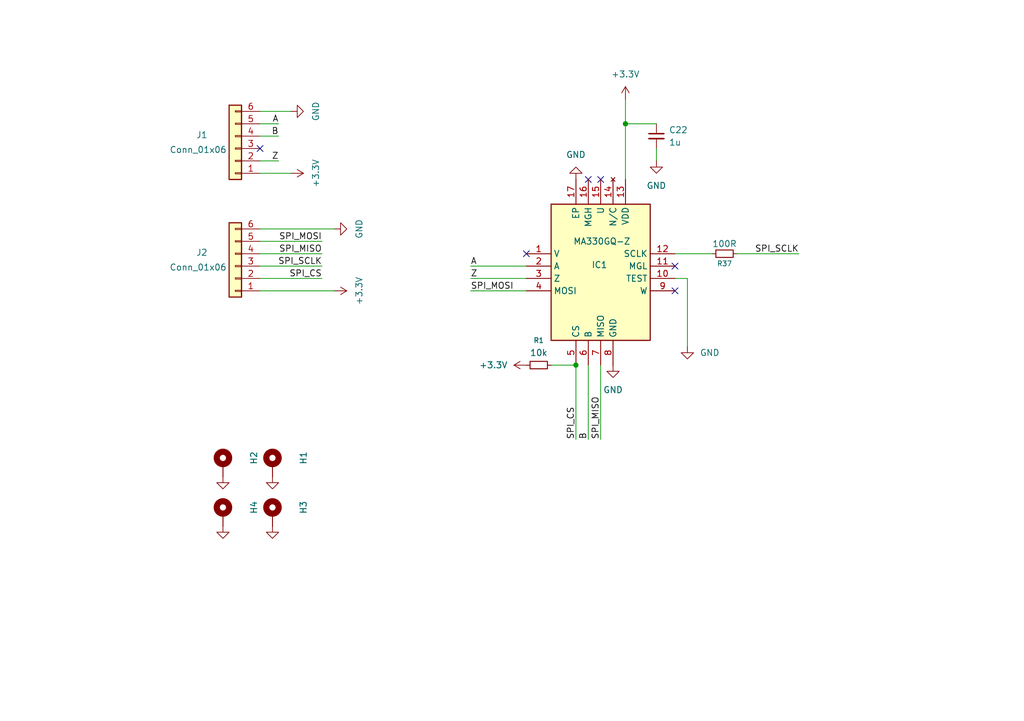
<source format=kicad_sch>
(kicad_sch (version 20250114) (generator "eeschema") (generator_version "9.0")
  (paper "A5")
  (lib_symbols
    (symbol "Connector_Generic:Conn_01x06" (pin_names (offset 1.016) (hide yes))
      (property "Reference" "J" (at 0 7.62 0))
      (property "Value" "Conn_01x06" (at 0 -10.16 0))
      (symbol "Conn_01x06_1_1"
        (rectangle (start -1.27 6.35) (end 1.27 -8.89) (stroke (width 0.254)) (fill (type background)))
        (rectangle (start -1.27 5.207) (end 0 4.953) (stroke (width 0.1524)))
        (rectangle (start -1.27 2.667) (end 0 2.413) (stroke (width 0.1524)))
        (rectangle (start -1.27 0.127) (end 0 -0.127) (stroke (width 0.1524)))
        (rectangle (start -1.27 -2.413) (end 0 -2.667) (stroke (width 0.1524)))
        (rectangle (start -1.27 -4.953) (end 0 -5.207) (stroke (width 0.1524)))
        (rectangle (start -1.27 -7.493) (end 0 -7.747) (stroke (width 0.1524)))
        (pin passive line (at -5.08 5.08 0) (length 3.81) (name "Pin_1") (number "1"))
        (pin passive line (at -5.08 2.54 0) (length 3.81) (name "Pin_2") (number "2"))
        (pin passive line (at -5.08 0 0) (length 3.81) (name "Pin_3") (number "3"))
        (pin passive line (at -5.08 -2.54 0) (length 3.81) (name "Pin_4") (number "4"))
        (pin passive line (at -5.08 -5.08 0) (length 3.81) (name "Pin_5") (number "5"))
        (pin passive line (at -5.08 -7.62 0) (length 3.81) (name "Pin_6") (number "6"))
      )
    )
    (symbol "Device:C_Small" (pin_numbers (hide yes)) (pin_names (offset 0.254) (hide yes))
      (property "Reference" "C" (at 0.254 1.778 0))
      (property "Value" "C_Small" (at 0.254 -2.032 0))
      (symbol "C_Small_0_1"
        (polyline (pts (xy -1.524 0.508) (xy 1.524 0.508)) (stroke (width 0.3048)))
        (polyline (pts (xy -1.524 -0.508) (xy 1.524 -0.508)) (stroke (width 0.3302)))
      )
      (symbol "C_Small_1_1"
        (pin passive line (at 0 2.54 270) (length 2.032) (name "~") (number "1"))
        (pin passive line (at 0 -2.54 90) (length 2.032) (name "~") (number "2"))
      )
    )
    (symbol "Device:R_Small" (pin_numbers (hide yes)) (pin_names (offset 0.254) (hide yes))
      (property "Reference" "R" (at 0 0 90))
      (property "Value" "R_Small" (at 1.778 0 90))
      (symbol "R_Small_0_1"
        (rectangle (start -0.762 1.778) (end 0.762 -1.778) (stroke (width 0.2032)))
      )
      (symbol "R_Small_1_1"
        (pin passive line (at 0 2.54 270) (length 0.762) (name "~") (number "1"))
        (pin passive line (at 0 -2.54 90) (length 0.762) (name "~") (number "2"))
      )
    )
    (symbol "Mechanical:MountingHole_Pad" (pin_numbers (hide yes)) (pin_names (offset 1.016) (hide yes)) (exclude_from_sim yes) (in_bom no)
      (property "Reference" "H" (at 0 6.35 0))
      (property "Value" "MountingHole_Pad" (at 0 4.445 0))
      (symbol "MountingHole_Pad_0_1"
        (circle (center 0 1.27) (radius 1.27) (stroke (width 1.27)))
      )
      (symbol "MountingHole_Pad_1_1"
        (pin input line (at 0 -2.54 90) (length 2.54) (name "1") (number "1"))
      )
    )
    (symbol "power:+3.3V" (power) (pin_numbers (hide yes)) (pin_names (offset 0) (hide yes))
      (property "Value" "+3.3V" (at 0 3.556 0))
      (symbol "+3.3V_0_1"
        (polyline (pts (xy -0.762 1.27) (xy 0 2.54)))
        (polyline (pts (xy 0 2.54) (xy 0.762 1.27)))
        (polyline (pts (xy 0 0) (xy 0 2.54)))
      )
      (symbol "+3.3V_1_1"
        (pin power_in line (at 0 0 90) (length 0) (name "~") (number "1"))
      )
    )
    (symbol "power:GND" (power) (pin_numbers (hide yes)) (pin_names (offset 0) (hide yes))
      (property "Value" "GND" (at 0 -3.81 0))
      (symbol "GND_0_1"
        (polyline (pts (xy 0 0) (xy 0 -1.27) (xy 1.27 -1.27) (xy 0 -2.54) (xy -1.27 -1.27) (xy 0 -1.27)))
      )
      (symbol "GND_1_1"
        (pin power_in line (at 0 0 270) (length 0) (name "~") (number "1"))
      )
    )
    (symbol "samacsys:MA330GQ-Z"
      (property "Reference" "IC" (at 26.67 15.24 0))
      (property "Value" "MA330GQ-Z" (at 26.67 12.7 0))
      (symbol "MA330GQ-Z_1_1"
        (rectangle (start 5.08 10.16) (end 25.4 -17.78) (stroke (width 0.254)) (fill (type background)))
        (pin passive line (at 0 0 0) (length 5.08) (name "V") (number "1"))
        (pin passive line (at 0 -2.54 0) (length 5.08) (name "A") (number "2"))
        (pin passive line (at 0 -5.08 0) (length 5.08) (name "Z") (number "3"))
        (pin passive line (at 0 -7.62 0) (length 5.08) (name "MOSI") (number "4"))
        (pin passive line (at 10.16 15.24 270) (length 5.08) (name "EP") (number "17"))
        (pin passive line (at 10.16 -22.86 90) (length 5.08) (name "CS") (number "5"))
        (pin passive line (at 12.7 15.24 270) (length 5.08) (name "MGH") (number "16"))
        (pin passive line (at 12.7 -22.86 90) (length 5.08) (name "B") (number "6"))
        (pin passive line (at 15.24 15.24 270) (length 5.08) (name "U") (number "15"))
        (pin passive line (at 15.24 -22.86 90) (length 5.08) (name "MISO") (number "7"))
        (pin no_connect line (at 17.78 15.24 270) (length 5.08) (name "N/C") (number "14"))
        (pin passive line (at 17.78 -22.86 90) (length 5.08) (name "GND") (number "8"))
        (pin passive line (at 20.32 15.24 270) (length 5.08) (name "VDD") (number "13"))
        (pin passive line (at 30.48 0 180) (length 5.08) (name "SCLK") (number "12"))
        (pin passive line (at 30.48 -2.54 180) (length 5.08) (name "MGL") (number "11"))
        (pin passive line (at 30.48 -5.08 180) (length 5.08) (name "TEST") (number "10"))
        (pin passive line (at 30.48 -7.62 180) (length 5.08) (name "W") (number "9"))
      )
    )
  )
  (junction (at 118.11 74.93))
  (junction (at 128.27 25.4))
  (no_connect (at 107.95 52.07))
  (no_connect (at 123.19 36.83))
  (no_connect (at 138.43 59.69))
  (no_connect (at 120.65 36.83))
  (no_connect (at 53.34 30.48))
  (no_connect (at 138.43 54.61))
  (wire (pts (xy 53.34 59.69) (xy 68.58 59.69)))
  (wire (pts (xy 138.43 52.07) (xy 146.05 52.07)))
  (wire (pts (xy 140.97 57.15) (xy 138.43 57.15)))
  (wire (pts (xy 53.34 27.94) (xy 57.15 27.94)))
  (wire (pts (xy 123.19 74.93) (xy 123.19 90.17)))
  (wire (pts (xy 53.34 52.07) (xy 66.04 52.07)))
  (wire (pts (xy 53.34 33.02) (xy 57.15 33.02)))
  (wire (pts (xy 96.52 54.61) (xy 107.95 54.61)))
  (wire (pts (xy 128.27 25.4) (xy 134.62 25.4)))
  (wire (pts (xy 53.34 49.53) (xy 66.04 49.53)))
  (wire (pts (xy 53.34 35.56) (xy 59.69 35.56)))
  (wire (pts (xy 53.34 54.61) (xy 66.04 54.61)))
  (wire (pts (xy 140.97 71.12) (xy 140.97 57.15)))
  (wire (pts (xy 53.34 57.15) (xy 66.04 57.15)))
  (wire (pts (xy 120.65 74.93) (xy 120.65 90.17)))
  (wire (pts (xy 128.27 20.32) (xy 128.27 25.4)))
  (wire (pts (xy 96.52 59.69) (xy 107.95 59.69)))
  (wire (pts (xy 134.62 30.48) (xy 134.62 33.02)))
  (wire (pts (xy 128.27 36.83) (xy 128.27 25.4)))
  (wire (pts (xy 53.34 25.4) (xy 57.15 25.4)))
  (wire (pts (xy 53.34 46.99) (xy 68.58 46.99)))
  (wire (pts (xy 53.34 22.86) (xy 59.69 22.86)))
  (wire (pts (xy 118.11 74.93) (xy 118.11 90.17)))
  (wire (pts (xy 151.13 52.07) (xy 163.83 52.07)))
  (wire (pts (xy 113.03 74.93) (xy 118.11 74.93)))
  (wire (pts (xy 96.52 57.15) (xy 107.95 57.15)))
  (label "SPI_SCLK" (at 163.83 52.07 180))
  (label "B" (at 57.15 27.94 180))
  (label "A" (at 57.15 25.4 180))
  (label "Z" (at 57.15 33.02 180))
  (label "SPI_MOSI" (at 96.52 59.69 0))
  (label "SPI_CS" (at 118.11 90.17 90))
  (label "B" (at 120.65 90.17 90))
  (label "A" (at 96.52 54.61 0))
  (label "Z" (at 96.52 57.15 0))
  (label "SPI_MISO" (at 123.19 90.17 90))
  (label "SPI_SCLK" (at 66.04 54.61 180))
  (label "SPI_CS" (at 66.04 57.15 180))
  (label "SPI_MOSI" (at 66.04 49.53 180))
  (label "SPI_MISO" (at 66.04 52.07 180))
  (symbol (lib_id "power:GND") (at 55.88 107.95 0) (unit 1)
    (property "Reference" "#PWR044" (effects (hide yes)))
    (property "Value" "GND" (effects (hide yes)))
    (property "Description" "Power symbol creates a global label with name \"GND\" , ground" (effects (hide yes)))
  )
  (symbol (lib_id "power:GND") (at 68.58 46.99 90) (unit 1)
    (property "Reference" "#PWR068" (effects (hide yes)))
    (property "Value" "GND" (at 73.66 46.99 0))
    (property "Description" "Power symbol creates a global label with name \"GND\" , ground" (effects (hide yes)))
  )
  (symbol (lib_id "Connector_Generic:Conn_01x06") (at 48.26 54.61 180) (unit 1)
    (property "Reference" "J2" (at 41.402 51.816 0))
    (property "Value" "Conn_01x06" (at 40.64 54.864 0))
    (property "Footprint" "Connector_JST:JST_GH_SM06B-GHS-TB_1x06-1MP_P1.25mm_Horizontal" (effects (hide yes)))
    (property "Description" "Generic connector, single row, 01x06, script generated (kicad-library-utils/schlib/autogen/connector/)" (effects (hide yes)))
  )
  (symbol (lib_id "samacsys:MA330GQ-Z") (at 107.95 52.07 0) (unit 1)
    (property "Reference" "IC1" (at 122.936 54.356 0))
    (property "Value" "MA330GQ-Z" (at 123.444 49.53 0))
    (property "Footprint" "Package_DFN_QFN:QFN-16-1EP_3x3mm_P0.5mm_EP1.7x1.7mm" (effects (hide yes)))
    (property "Datasheet" "https://www.monolithicpower.com/en/documentview/productdocument/index/version/2/document_type/Datasheet/lang/en/sku/MA330/document_id/4695/" (effects (hide yes)))
    (property "Description" "14-Bit Digital Contactless Angle Sensor with ABZ & UVW Incremental Outputs 16-Pin QFN T/R - Tape and Reel" (effects (hide yes)))
    (property "Height" "1" (effects (hide yes)))
    (property "Manufacturer_Name" "Monolithic Power Systems (MPS)" (effects (hide yes)))
    (property "Manufacturer_Part_Number" "MA330GQ-Z" (effects (hide yes)))
    (property "Mouser Part Number" "946-MA330GQ-Z" (effects (hide yes)))
    (property "Mouser Price/Stock" "https://www.mouser.co.uk/ProductDetail/Monolithic-Power-Systems-MPS/MA330GQ-Z?qs=Zz7%252BYVVL6bHPpcm%252B14Y%2FHg%3D%3D" (effects (hide yes)))
  )
  (symbol (lib_id "Device:C_Small") (at 134.62 27.94 0) (unit 1)
    (property "Reference" "C22" (at 137.16 26.6762 0) (effects (justify left)))
    (property "Value" "1u" (at 137.16 29.2162 0) (effects (justify left)))
    (property "Footprint" "Capacitor_SMD:C_0603_1608Metric" (effects (hide yes)))
    (property "Description" "Unpolarized capacitor, small symbol" (effects (hide yes)))
  )
  (symbol (lib_id "Mechanical:MountingHole_Pad") (at 55.88 105.41 0) (unit 1) (exclude_from_sim yes) (in_bom no)
    (property "Reference" "H3" (at 62.23 104.14 90))
    (property "Value" "MountingHole_Pad" (effects (hide yes)))
    (property "Footprint" "MountingHole:MountingHole_3.2mm_M3_Pad_Via" (effects (hide yes)))
    (property "Description" "Mounting Hole with connection" (effects (hide yes)))
  )
  (symbol (lib_id "power:GND") (at 45.72 107.95 0) (unit 1)
    (property "Reference" "#PWR045" (effects (hide yes)))
    (property "Value" "GND" (effects (hide yes)))
    (property "Description" "Power symbol creates a global label with name \"GND\" , ground" (effects (hide yes)))
  )
  (symbol (lib_id "Mechanical:MountingHole_Pad") (at 45.72 105.41 0) (unit 1) (exclude_from_sim yes) (in_bom no)
    (property "Reference" "H4" (at 52.07 104.14 90))
    (property "Value" "MountingHole_Pad" (effects (hide yes)))
    (property "Footprint" "MountingHole:MountingHole_3.2mm_M3_Pad_Via" (effects (hide yes)))
    (property "Description" "Mounting Hole with connection" (effects (hide yes)))
  )
  (symbol (lib_id "Device:R_Small") (at 110.49 74.93 270) (unit 1)
    (property "Reference" "R1" (at 110.49 69.85 90) (effects (font (size 1.016 1.016))))
    (property "Value" "10k" (at 110.49 72.39 90))
    (property "Footprint" "Resistor_SMD:R_0603_1608Metric" (effects (hide yes)))
    (property "Description" "Resistor, small symbol" (effects (hide yes)))
  )
  (symbol (lib_id "power:+3.3V") (at 68.58 59.69 270) (unit 1)
    (property "Reference" "#PWR069" (effects (hide yes)))
    (property "Value" "+3.3V" (at 73.66 59.69 0))
    (property "Description" "Power symbol creates a global label with name \"+3.3V\"" (effects (hide yes)))
  )
  (symbol (lib_id "Device:R_Small") (at 148.59 52.07 270) (unit 1)
    (property "Reference" "R37" (at 148.59 54.102 90) (effects (font (size 1.016 1.016))))
    (property "Value" "100R" (at 148.59 50.038 90))
    (property "Footprint" "Resistor_SMD:R_0603_1608Metric" (effects (hide yes)))
    (property "Description" "Resistor, small symbol" (effects (hide yes)))
  )
  (symbol (lib_id "power:GND") (at 125.73 74.93 0) (unit 1)
    (property "Reference" "#PWR033" (effects (hide yes)))
    (property "Value" "GND" (at 125.73 80.01 0))
    (property "Description" "Power symbol creates a global label with name \"GND\" , ground" (effects (hide yes)))
  )
  (symbol (lib_id "power:GND") (at 59.69 22.86 90) (unit 1)
    (property "Reference" "#PWR01" (effects (hide yes)))
    (property "Value" "GND" (at 64.77 22.86 0))
    (property "Description" "Power symbol creates a global label with name \"GND\" , ground" (effects (hide yes)))
  )
  (symbol (lib_id "Connector_Generic:Conn_01x06") (at 48.26 30.48 180) (unit 1)
    (property "Reference" "J1" (at 41.402 27.686 0))
    (property "Value" "Conn_01x06" (at 40.64 30.734 0))
    (property "Footprint" "Connector_JST:JST_GH_SM06B-GHS-TB_1x06-1MP_P1.25mm_Horizontal" (effects (hide yes)))
    (property "Description" "Generic connector, single row, 01x06, script generated (kicad-library-utils/schlib/autogen/connector/)" (effects (hide yes)))
  )
  (symbol (lib_id "power:GND") (at 55.88 97.79 0) (unit 1)
    (property "Reference" "#PWR040" (effects (hide yes)))
    (property "Value" "GND" (effects (hide yes)))
    (property "Description" "Power symbol creates a global label with name \"GND\" , ground" (effects (hide yes)))
  )
  (symbol (lib_id "Mechanical:MountingHole_Pad") (at 55.88 95.25 0) (unit 1) (exclude_from_sim yes) (in_bom no)
    (property "Reference" "H1" (at 62.23 93.98 90))
    (property "Value" "MountingHole_Pad" (effects (hide yes)))
    (property "Footprint" "MountingHole:MountingHole_3.2mm_M3_Pad_Via" (effects (hide yes)))
    (property "Description" "Mounting Hole with connection" (effects (hide yes)))
  )
  (symbol (lib_id "power:GND") (at 118.11 36.83 180) (unit 1)
    (property "Reference" "#PWR046" (effects (hide yes)))
    (property "Value" "GND" (at 118.11 31.75 0))
    (property "Description" "Power symbol creates a global label with name \"GND\" , ground" (effects (hide yes)))
  )
  (symbol (lib_id "Mechanical:MountingHole_Pad") (at 45.72 95.25 0) (unit 1) (exclude_from_sim yes) (in_bom no)
    (property "Reference" "H2" (at 52.07 93.98 90))
    (property "Value" "MountingHole_Pad" (effects (hide yes)))
    (property "Footprint" "MountingHole:MountingHole_3.2mm_M3_Pad_Via" (effects (hide yes)))
    (property "Description" "Mounting Hole with connection" (effects (hide yes)))
  )
  (symbol (lib_id "power:GND") (at 45.72 97.79 0) (unit 1)
    (property "Reference" "#PWR041" (effects (hide yes)))
    (property "Value" "GND" (effects (hide yes)))
    (property "Description" "Power symbol creates a global label with name \"GND\" , ground" (effects (hide yes)))
  )
  (symbol (lib_id "power:+3.3V") (at 59.69 35.56 270) (unit 1)
    (property "Reference" "#PWR02" (effects (hide yes)))
    (property "Value" "+3.3V" (at 64.77 35.56 0))
    (property "Description" "Power symbol creates a global label with name \"+3.3V\"" (effects (hide yes)))
  )
  (symbol (lib_id "power:+3.3V") (at 107.95 74.93 90) (unit 1)
    (property "Reference" "#PWR037" (effects (hide yes)))
    (property "Value" "+3.3V" (at 104.14 74.9299 90) (effects (justify left)))
    (property "Description" "Power symbol creates a global label with name \"+3.3V\"" (effects (hide yes)))
  )
  (symbol (lib_id "power:GND") (at 140.97 71.12 0) (unit 1)
    (property "Reference" "#PWR032" (effects (hide yes)))
    (property "Value" "GND" (at 143.51 72.3899 0) (effects (justify left)))
    (property "Description" "Power symbol creates a global label with name \"GND\" , ground" (effects (hide yes)))
  )
  (symbol (lib_id "power:GND") (at 134.62 33.02 0) (unit 1)
    (property "Reference" "#PWR029" (effects (hide yes)))
    (property "Value" "GND" (at 134.62 38.1 0))
    (property "Description" "Power symbol creates a global label with name \"GND\" , ground" (effects (hide yes)))
  )
  (symbol (lib_id "power:+3.3V") (at 128.27 20.32 0) (unit 1)
    (property "Reference" "#PWR019" (effects (hide yes)))
    (property "Value" "+3.3V" (at 128.27 15.24 0))
    (property "Description" "Power symbol creates a global label with name \"+3.3V\"" (effects (hide yes)))
  )
)
</source>
